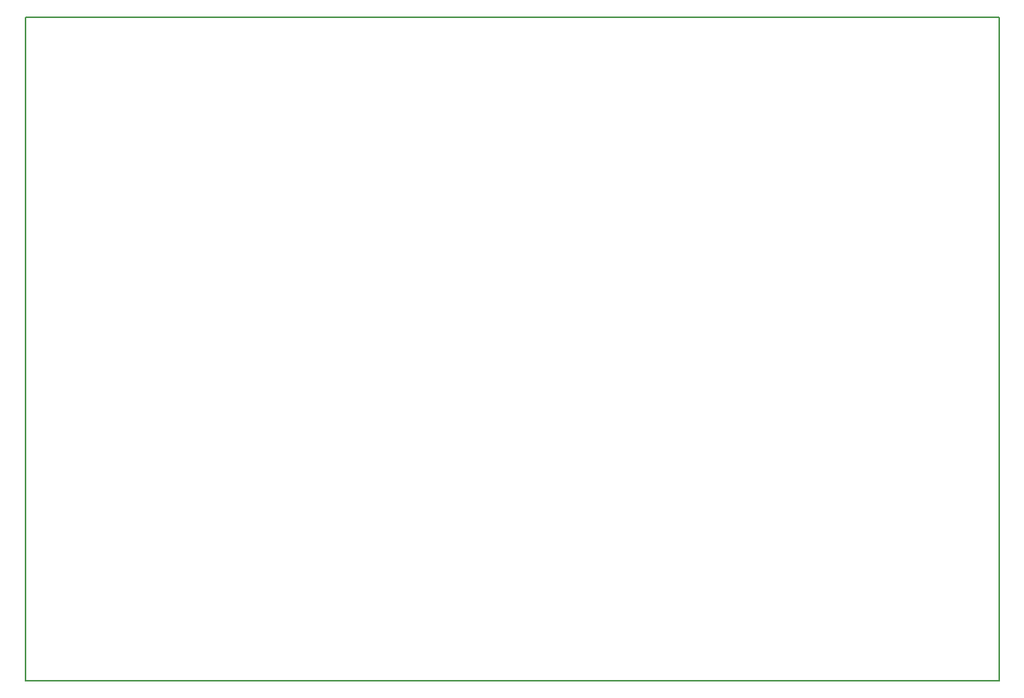
<source format=gm1>
G04 MADE WITH FRITZING*
G04 WWW.FRITZING.ORG*
G04 SINGLE SIDED*
G04 HOLES NOT PLATED*
G04 CONTOUR ON CENTER OF CONTOUR VECTOR*
%ASAXBY*%
%FSLAX23Y23*%
%MOIN*%
%OFA0B0*%
%SFA1.0B1.0*%
%ADD10R,4.330720X2.952760*%
%ADD11C,0.008000*%
%ADD10C,0.008*%
%LNCONTOUR*%
G90*
G70*
G54D10*
G54D11*
X4Y2949D02*
X4327Y2949D01*
X4327Y4D01*
X4Y4D01*
X4Y2949D01*
D02*
G04 End of contour*
M02*
</source>
